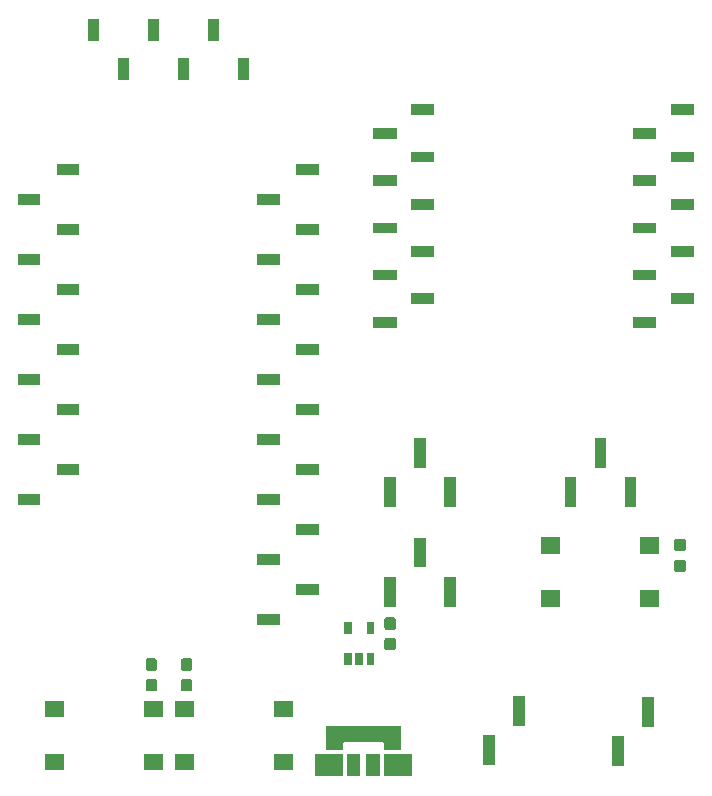
<source format=gts>
G04 #@! TF.GenerationSoftware,KiCad,Pcbnew,(5.0.1)-3*
G04 #@! TF.CreationDate,2019-03-20T13:05:33+01:00*
G04 #@! TF.ProjectId,FeatherWing and xBee motherboard,4665617468657257696E6720616E6420,rev?*
G04 #@! TF.SameCoordinates,Original*
G04 #@! TF.FileFunction,Soldermask,Top*
G04 #@! TF.FilePolarity,Negative*
%FSLAX46Y46*%
G04 Gerber Fmt 4.6, Leading zero omitted, Abs format (unit mm)*
G04 Created by KiCad (PCBNEW (5.0.1)-3) date 20.03.2019 13:05:33*
%MOMM*%
%LPD*%
G01*
G04 APERTURE LIST*
%ADD10C,0.100000*%
G04 APERTURE END LIST*
D10*
G36*
X114818300Y-139708000D02*
X113643300Y-139708000D01*
X113643300Y-137808000D01*
X114818300Y-137808000D01*
X114818300Y-139708000D01*
X114818300Y-139708000D01*
G37*
G36*
X116498300Y-139708000D02*
X115323300Y-139708000D01*
X115323300Y-137808000D01*
X116498300Y-137808000D01*
X116498300Y-139708000D01*
X116498300Y-139708000D01*
G37*
G36*
X119168300Y-139708000D02*
X116793300Y-139708000D01*
X116793300Y-137808000D01*
X119168300Y-137808000D01*
X119168300Y-139708000D01*
X119168300Y-139708000D01*
G37*
G36*
X113348300Y-139708000D02*
X110973300Y-139708000D01*
X110973300Y-137808000D01*
X113348300Y-137808000D01*
X113348300Y-139708000D01*
X113348300Y-139708000D01*
G37*
G36*
X100700800Y-139188000D02*
X99100800Y-139188000D01*
X99100800Y-137788000D01*
X100700800Y-137788000D01*
X100700800Y-139188000D01*
X100700800Y-139188000D01*
G37*
G36*
X109100800Y-139188000D02*
X107500800Y-139188000D01*
X107500800Y-137788000D01*
X109100800Y-137788000D01*
X109100800Y-139188000D01*
X109100800Y-139188000D01*
G37*
G36*
X89700800Y-139188000D02*
X88100800Y-139188000D01*
X88100800Y-137788000D01*
X89700800Y-137788000D01*
X89700800Y-139188000D01*
X89700800Y-139188000D01*
G37*
G36*
X98100800Y-139188000D02*
X96500800Y-139188000D01*
X96500800Y-137788000D01*
X98100800Y-137788000D01*
X98100800Y-139188000D01*
X98100800Y-139188000D01*
G37*
G36*
X137108300Y-138818000D02*
X136108300Y-138818000D01*
X136108300Y-136308000D01*
X137108300Y-136308000D01*
X137108300Y-138818000D01*
X137108300Y-138818000D01*
G37*
G36*
X126208800Y-138715000D02*
X125208800Y-138715000D01*
X125208800Y-136205000D01*
X126208800Y-136205000D01*
X126208800Y-138715000D01*
X126208800Y-138715000D01*
G37*
G36*
X118270800Y-137508000D02*
X116795800Y-137508000D01*
X116795800Y-136913000D01*
X116793398Y-136888614D01*
X116786285Y-136865165D01*
X116774734Y-136843554D01*
X116759188Y-136824612D01*
X116740246Y-136809066D01*
X116718635Y-136797515D01*
X116695186Y-136790402D01*
X116670800Y-136788000D01*
X113470800Y-136788000D01*
X113446414Y-136790402D01*
X113422965Y-136797515D01*
X113401354Y-136809066D01*
X113382412Y-136824612D01*
X113366866Y-136843554D01*
X113355315Y-136865165D01*
X113348202Y-136888614D01*
X113345800Y-136913000D01*
X113345800Y-137508000D01*
X111870800Y-137508000D01*
X111870800Y-135408000D01*
X118270800Y-135408000D01*
X118270800Y-137508000D01*
X118270800Y-137508000D01*
G37*
G36*
X139648300Y-135508000D02*
X138648300Y-135508000D01*
X138648300Y-132998000D01*
X139648300Y-132998000D01*
X139648300Y-135508000D01*
X139648300Y-135508000D01*
G37*
G36*
X128748800Y-135405000D02*
X127748800Y-135405000D01*
X127748800Y-132895000D01*
X128748800Y-132895000D01*
X128748800Y-135405000D01*
X128748800Y-135405000D01*
G37*
G36*
X109100800Y-134688000D02*
X107500800Y-134688000D01*
X107500800Y-133288000D01*
X109100800Y-133288000D01*
X109100800Y-134688000D01*
X109100800Y-134688000D01*
G37*
G36*
X98100800Y-134688000D02*
X96500800Y-134688000D01*
X96500800Y-133288000D01*
X98100800Y-133288000D01*
X98100800Y-134688000D01*
X98100800Y-134688000D01*
G37*
G36*
X100700800Y-134688000D02*
X99100800Y-134688000D01*
X99100800Y-133288000D01*
X100700800Y-133288000D01*
X100700800Y-134688000D01*
X100700800Y-134688000D01*
G37*
G36*
X89700800Y-134688000D02*
X88100800Y-134688000D01*
X88100800Y-133288000D01*
X89700800Y-133288000D01*
X89700800Y-134688000D01*
X89700800Y-134688000D01*
G37*
G36*
X100434824Y-131466955D02*
X100467536Y-131476879D01*
X100497690Y-131492997D01*
X100524116Y-131514684D01*
X100545803Y-131541110D01*
X100561921Y-131571264D01*
X100571845Y-131603976D01*
X100575800Y-131644138D01*
X100575800Y-132331862D01*
X100571845Y-132372024D01*
X100561921Y-132404736D01*
X100545803Y-132434890D01*
X100524116Y-132461316D01*
X100497690Y-132483003D01*
X100467536Y-132499121D01*
X100434824Y-132509045D01*
X100394662Y-132513000D01*
X99806938Y-132513000D01*
X99766776Y-132509045D01*
X99734064Y-132499121D01*
X99703910Y-132483003D01*
X99677484Y-132461316D01*
X99655797Y-132434890D01*
X99639679Y-132404736D01*
X99629755Y-132372024D01*
X99625800Y-132331862D01*
X99625800Y-131644138D01*
X99629755Y-131603976D01*
X99639679Y-131571264D01*
X99655797Y-131541110D01*
X99677484Y-131514684D01*
X99703910Y-131492997D01*
X99734064Y-131476879D01*
X99766776Y-131466955D01*
X99806938Y-131463000D01*
X100394662Y-131463000D01*
X100434824Y-131466955D01*
X100434824Y-131466955D01*
G37*
G36*
X97434824Y-131466955D02*
X97467536Y-131476879D01*
X97497690Y-131492997D01*
X97524116Y-131514684D01*
X97545803Y-131541110D01*
X97561921Y-131571264D01*
X97571845Y-131603976D01*
X97575800Y-131644138D01*
X97575800Y-132331862D01*
X97571845Y-132372024D01*
X97561921Y-132404736D01*
X97545803Y-132434890D01*
X97524116Y-132461316D01*
X97497690Y-132483003D01*
X97467536Y-132499121D01*
X97434824Y-132509045D01*
X97394662Y-132513000D01*
X96806938Y-132513000D01*
X96766776Y-132509045D01*
X96734064Y-132499121D01*
X96703910Y-132483003D01*
X96677484Y-132461316D01*
X96655797Y-132434890D01*
X96639679Y-132404736D01*
X96629755Y-132372024D01*
X96625800Y-132331862D01*
X96625800Y-131644138D01*
X96629755Y-131603976D01*
X96639679Y-131571264D01*
X96655797Y-131541110D01*
X96677484Y-131514684D01*
X96703910Y-131492997D01*
X96734064Y-131476879D01*
X96766776Y-131466955D01*
X96806938Y-131463000D01*
X97394662Y-131463000D01*
X97434824Y-131466955D01*
X97434824Y-131466955D01*
G37*
G36*
X97434824Y-129716955D02*
X97467536Y-129726879D01*
X97497690Y-129742997D01*
X97524116Y-129764684D01*
X97545803Y-129791110D01*
X97561921Y-129821264D01*
X97571845Y-129853976D01*
X97575800Y-129894138D01*
X97575800Y-130581862D01*
X97571845Y-130622024D01*
X97561921Y-130654736D01*
X97545803Y-130684890D01*
X97524116Y-130711316D01*
X97497690Y-130733003D01*
X97467536Y-130749121D01*
X97434824Y-130759045D01*
X97394662Y-130763000D01*
X96806938Y-130763000D01*
X96766776Y-130759045D01*
X96734064Y-130749121D01*
X96703910Y-130733003D01*
X96677484Y-130711316D01*
X96655797Y-130684890D01*
X96639679Y-130654736D01*
X96629755Y-130622024D01*
X96625800Y-130581862D01*
X96625800Y-129894138D01*
X96629755Y-129853976D01*
X96639679Y-129821264D01*
X96655797Y-129791110D01*
X96677484Y-129764684D01*
X96703910Y-129742997D01*
X96734064Y-129726879D01*
X96766776Y-129716955D01*
X96806938Y-129713000D01*
X97394662Y-129713000D01*
X97434824Y-129716955D01*
X97434824Y-129716955D01*
G37*
G36*
X100434824Y-129716955D02*
X100467536Y-129726879D01*
X100497690Y-129742997D01*
X100524116Y-129764684D01*
X100545803Y-129791110D01*
X100561921Y-129821264D01*
X100571845Y-129853976D01*
X100575800Y-129894138D01*
X100575800Y-130581862D01*
X100571845Y-130622024D01*
X100561921Y-130654736D01*
X100545803Y-130684890D01*
X100524116Y-130711316D01*
X100497690Y-130733003D01*
X100467536Y-130749121D01*
X100434824Y-130759045D01*
X100394662Y-130763000D01*
X99806938Y-130763000D01*
X99766776Y-130759045D01*
X99734064Y-130749121D01*
X99703910Y-130733003D01*
X99677484Y-130711316D01*
X99655797Y-130684890D01*
X99639679Y-130654736D01*
X99629755Y-130622024D01*
X99625800Y-130581862D01*
X99625800Y-129894138D01*
X99629755Y-129853976D01*
X99639679Y-129821264D01*
X99655797Y-129791110D01*
X99677484Y-129764684D01*
X99703910Y-129742997D01*
X99734064Y-129726879D01*
X99766776Y-129716955D01*
X99806938Y-129713000D01*
X100394662Y-129713000D01*
X100434824Y-129716955D01*
X100434824Y-129716955D01*
G37*
G36*
X116000800Y-130261000D02*
X115340800Y-130261000D01*
X115340800Y-129261000D01*
X116000800Y-129261000D01*
X116000800Y-130261000D01*
X116000800Y-130261000D01*
G37*
G36*
X115050800Y-130261000D02*
X114390800Y-130261000D01*
X114390800Y-129261000D01*
X115050800Y-129261000D01*
X115050800Y-130261000D01*
X115050800Y-130261000D01*
G37*
G36*
X114100800Y-130261000D02*
X113440800Y-130261000D01*
X113440800Y-129261000D01*
X114100800Y-129261000D01*
X114100800Y-130261000D01*
X114100800Y-130261000D01*
G37*
G36*
X117658024Y-127990955D02*
X117690736Y-128000879D01*
X117720890Y-128016997D01*
X117747316Y-128038684D01*
X117769003Y-128065110D01*
X117785121Y-128095264D01*
X117795045Y-128127976D01*
X117799000Y-128168138D01*
X117799000Y-128855862D01*
X117795045Y-128896024D01*
X117785121Y-128928736D01*
X117769003Y-128958890D01*
X117747316Y-128985316D01*
X117720890Y-129007003D01*
X117690736Y-129023121D01*
X117658024Y-129033045D01*
X117617862Y-129037000D01*
X117030138Y-129037000D01*
X116989976Y-129033045D01*
X116957264Y-129023121D01*
X116927110Y-129007003D01*
X116900684Y-128985316D01*
X116878997Y-128958890D01*
X116862879Y-128928736D01*
X116852955Y-128896024D01*
X116849000Y-128855862D01*
X116849000Y-128168138D01*
X116852955Y-128127976D01*
X116862879Y-128095264D01*
X116878997Y-128065110D01*
X116900684Y-128038684D01*
X116927110Y-128016997D01*
X116957264Y-128000879D01*
X116989976Y-127990955D01*
X117030138Y-127987000D01*
X117617862Y-127987000D01*
X117658024Y-127990955D01*
X117658024Y-127990955D01*
G37*
G36*
X116000800Y-127661000D02*
X115340800Y-127661000D01*
X115340800Y-126661000D01*
X116000800Y-126661000D01*
X116000800Y-127661000D01*
X116000800Y-127661000D01*
G37*
G36*
X114100800Y-127661000D02*
X113440800Y-127661000D01*
X113440800Y-126661000D01*
X114100800Y-126661000D01*
X114100800Y-127661000D01*
X114100800Y-127661000D01*
G37*
G36*
X117658024Y-126240955D02*
X117690736Y-126250879D01*
X117720890Y-126266997D01*
X117747316Y-126288684D01*
X117769003Y-126315110D01*
X117785121Y-126345264D01*
X117795045Y-126377976D01*
X117799000Y-126418138D01*
X117799000Y-127105862D01*
X117795045Y-127146024D01*
X117785121Y-127178736D01*
X117769003Y-127208890D01*
X117747316Y-127235316D01*
X117720890Y-127257003D01*
X117690736Y-127273121D01*
X117658024Y-127283045D01*
X117617862Y-127287000D01*
X117030138Y-127287000D01*
X116989976Y-127283045D01*
X116957264Y-127273121D01*
X116927110Y-127257003D01*
X116900684Y-127235316D01*
X116878997Y-127208890D01*
X116862879Y-127178736D01*
X116852955Y-127146024D01*
X116849000Y-127105862D01*
X116849000Y-126418138D01*
X116852955Y-126377976D01*
X116862879Y-126345264D01*
X116878997Y-126315110D01*
X116900684Y-126288684D01*
X116927110Y-126266997D01*
X116957264Y-126250879D01*
X116989976Y-126240955D01*
X117030138Y-126237000D01*
X117617862Y-126237000D01*
X117658024Y-126240955D01*
X117658024Y-126240955D01*
G37*
G36*
X108000268Y-126928000D02*
X106100268Y-126928000D01*
X106100268Y-125928000D01*
X108000268Y-125928000D01*
X108000268Y-126928000D01*
X108000268Y-126928000D01*
G37*
G36*
X140124000Y-125361000D02*
X138524000Y-125361000D01*
X138524000Y-123961000D01*
X140124000Y-123961000D01*
X140124000Y-125361000D01*
X140124000Y-125361000D01*
G37*
G36*
X131724000Y-125361000D02*
X130124000Y-125361000D01*
X130124000Y-123961000D01*
X131724000Y-123961000D01*
X131724000Y-125361000D01*
X131724000Y-125361000D01*
G37*
G36*
X122904000Y-125321000D02*
X121904000Y-125321000D01*
X121904000Y-122811000D01*
X122904000Y-122811000D01*
X122904000Y-125321000D01*
X122904000Y-125321000D01*
G37*
G36*
X117824000Y-125321000D02*
X116824000Y-125321000D01*
X116824000Y-122811000D01*
X117824000Y-122811000D01*
X117824000Y-125321000D01*
X117824000Y-125321000D01*
G37*
G36*
X111300268Y-124388000D02*
X109400268Y-124388000D01*
X109400268Y-123388000D01*
X111300268Y-123388000D01*
X111300268Y-124388000D01*
X111300268Y-124388000D01*
G37*
G36*
X142208024Y-121344955D02*
X142240736Y-121354879D01*
X142270890Y-121370997D01*
X142297316Y-121392684D01*
X142319003Y-121419110D01*
X142335121Y-121449264D01*
X142345045Y-121481976D01*
X142349000Y-121522138D01*
X142349000Y-122209862D01*
X142345045Y-122250024D01*
X142335121Y-122282736D01*
X142319003Y-122312890D01*
X142297316Y-122339316D01*
X142270890Y-122361003D01*
X142240736Y-122377121D01*
X142208024Y-122387045D01*
X142167862Y-122391000D01*
X141580138Y-122391000D01*
X141539976Y-122387045D01*
X141507264Y-122377121D01*
X141477110Y-122361003D01*
X141450684Y-122339316D01*
X141428997Y-122312890D01*
X141412879Y-122282736D01*
X141402955Y-122250024D01*
X141399000Y-122209862D01*
X141399000Y-121522138D01*
X141402955Y-121481976D01*
X141412879Y-121449264D01*
X141428997Y-121419110D01*
X141450684Y-121392684D01*
X141477110Y-121370997D01*
X141507264Y-121354879D01*
X141539976Y-121344955D01*
X141580138Y-121341000D01*
X142167862Y-121341000D01*
X142208024Y-121344955D01*
X142208024Y-121344955D01*
G37*
G36*
X120364000Y-122011000D02*
X119364000Y-122011000D01*
X119364000Y-119501000D01*
X120364000Y-119501000D01*
X120364000Y-122011000D01*
X120364000Y-122011000D01*
G37*
G36*
X108000268Y-121848000D02*
X106100268Y-121848000D01*
X106100268Y-120848000D01*
X108000268Y-120848000D01*
X108000268Y-121848000D01*
X108000268Y-121848000D01*
G37*
G36*
X140124000Y-120861000D02*
X138524000Y-120861000D01*
X138524000Y-119461000D01*
X140124000Y-119461000D01*
X140124000Y-120861000D01*
X140124000Y-120861000D01*
G37*
G36*
X131724000Y-120861000D02*
X130124000Y-120861000D01*
X130124000Y-119461000D01*
X131724000Y-119461000D01*
X131724000Y-120861000D01*
X131724000Y-120861000D01*
G37*
G36*
X142208024Y-119594955D02*
X142240736Y-119604879D01*
X142270890Y-119620997D01*
X142297316Y-119642684D01*
X142319003Y-119669110D01*
X142335121Y-119699264D01*
X142345045Y-119731976D01*
X142349000Y-119772138D01*
X142349000Y-120459862D01*
X142345045Y-120500024D01*
X142335121Y-120532736D01*
X142319003Y-120562890D01*
X142297316Y-120589316D01*
X142270890Y-120611003D01*
X142240736Y-120627121D01*
X142208024Y-120637045D01*
X142167862Y-120641000D01*
X141580138Y-120641000D01*
X141539976Y-120637045D01*
X141507264Y-120627121D01*
X141477110Y-120611003D01*
X141450684Y-120589316D01*
X141428997Y-120562890D01*
X141412879Y-120532736D01*
X141402955Y-120500024D01*
X141399000Y-120459862D01*
X141399000Y-119772138D01*
X141402955Y-119731976D01*
X141412879Y-119699264D01*
X141428997Y-119669110D01*
X141450684Y-119642684D01*
X141477110Y-119620997D01*
X141507264Y-119604879D01*
X141539976Y-119594955D01*
X141580138Y-119591000D01*
X142167862Y-119591000D01*
X142208024Y-119594955D01*
X142208024Y-119594955D01*
G37*
G36*
X111300268Y-119308000D02*
X109400268Y-119308000D01*
X109400268Y-118308000D01*
X111300268Y-118308000D01*
X111300268Y-119308000D01*
X111300268Y-119308000D01*
G37*
G36*
X138188800Y-116876000D02*
X137188800Y-116876000D01*
X137188800Y-114366000D01*
X138188800Y-114366000D01*
X138188800Y-116876000D01*
X138188800Y-116876000D01*
G37*
G36*
X133108800Y-116876000D02*
X132108800Y-116876000D01*
X132108800Y-114366000D01*
X133108800Y-114366000D01*
X133108800Y-116876000D01*
X133108800Y-116876000D01*
G37*
G36*
X122874000Y-116876000D02*
X121874000Y-116876000D01*
X121874000Y-114366000D01*
X122874000Y-114366000D01*
X122874000Y-116876000D01*
X122874000Y-116876000D01*
G37*
G36*
X117794000Y-116876000D02*
X116794000Y-116876000D01*
X116794000Y-114366000D01*
X117794000Y-114366000D01*
X117794000Y-116876000D01*
X117794000Y-116876000D01*
G37*
G36*
X108000268Y-116768000D02*
X106100268Y-116768000D01*
X106100268Y-115768000D01*
X108000268Y-115768000D01*
X108000268Y-116768000D01*
X108000268Y-116768000D01*
G37*
G36*
X87684532Y-116766070D02*
X85784532Y-116766070D01*
X85784532Y-115766070D01*
X87684532Y-115766070D01*
X87684532Y-116766070D01*
X87684532Y-116766070D01*
G37*
G36*
X111300268Y-114228000D02*
X109400268Y-114228000D01*
X109400268Y-113228000D01*
X111300268Y-113228000D01*
X111300268Y-114228000D01*
X111300268Y-114228000D01*
G37*
G36*
X90984532Y-114226070D02*
X89084532Y-114226070D01*
X89084532Y-113226070D01*
X90984532Y-113226070D01*
X90984532Y-114226070D01*
X90984532Y-114226070D01*
G37*
G36*
X135648800Y-113566000D02*
X134648800Y-113566000D01*
X134648800Y-111056000D01*
X135648800Y-111056000D01*
X135648800Y-113566000D01*
X135648800Y-113566000D01*
G37*
G36*
X120334000Y-113566000D02*
X119334000Y-113566000D01*
X119334000Y-111056000D01*
X120334000Y-111056000D01*
X120334000Y-113566000D01*
X120334000Y-113566000D01*
G37*
G36*
X108000268Y-111688000D02*
X106100268Y-111688000D01*
X106100268Y-110688000D01*
X108000268Y-110688000D01*
X108000268Y-111688000D01*
X108000268Y-111688000D01*
G37*
G36*
X87684532Y-111686070D02*
X85784532Y-111686070D01*
X85784532Y-110686070D01*
X87684532Y-110686070D01*
X87684532Y-111686070D01*
X87684532Y-111686070D01*
G37*
G36*
X111300268Y-109148000D02*
X109400268Y-109148000D01*
X109400268Y-108148000D01*
X111300268Y-108148000D01*
X111300268Y-109148000D01*
X111300268Y-109148000D01*
G37*
G36*
X90984532Y-109146070D02*
X89084532Y-109146070D01*
X89084532Y-108146070D01*
X90984532Y-108146070D01*
X90984532Y-109146070D01*
X90984532Y-109146070D01*
G37*
G36*
X108000268Y-106608000D02*
X106100268Y-106608000D01*
X106100268Y-105608000D01*
X108000268Y-105608000D01*
X108000268Y-106608000D01*
X108000268Y-106608000D01*
G37*
G36*
X87684532Y-106606070D02*
X85784532Y-106606070D01*
X85784532Y-105606070D01*
X87684532Y-105606070D01*
X87684532Y-106606070D01*
X87684532Y-106606070D01*
G37*
G36*
X111300268Y-104068000D02*
X109400268Y-104068000D01*
X109400268Y-103068000D01*
X111300268Y-103068000D01*
X111300268Y-104068000D01*
X111300268Y-104068000D01*
G37*
G36*
X90984532Y-104066070D02*
X89084532Y-104066070D01*
X89084532Y-103066070D01*
X90984532Y-103066070D01*
X90984532Y-104066070D01*
X90984532Y-104066070D01*
G37*
G36*
X117874000Y-101716000D02*
X115874000Y-101716000D01*
X115874000Y-100816000D01*
X117874000Y-100816000D01*
X117874000Y-101716000D01*
X117874000Y-101716000D01*
G37*
G36*
X139874000Y-101716000D02*
X137874000Y-101716000D01*
X137874000Y-100816000D01*
X139874000Y-100816000D01*
X139874000Y-101716000D01*
X139874000Y-101716000D01*
G37*
G36*
X108000268Y-101528000D02*
X106100268Y-101528000D01*
X106100268Y-100528000D01*
X108000268Y-100528000D01*
X108000268Y-101528000D01*
X108000268Y-101528000D01*
G37*
G36*
X87684532Y-101526070D02*
X85784532Y-101526070D01*
X85784532Y-100526070D01*
X87684532Y-100526070D01*
X87684532Y-101526070D01*
X87684532Y-101526070D01*
G37*
G36*
X143074000Y-99716000D02*
X141074000Y-99716000D01*
X141074000Y-98816000D01*
X143074000Y-98816000D01*
X143074000Y-99716000D01*
X143074000Y-99716000D01*
G37*
G36*
X121074000Y-99716000D02*
X119074000Y-99716000D01*
X119074000Y-98816000D01*
X121074000Y-98816000D01*
X121074000Y-99716000D01*
X121074000Y-99716000D01*
G37*
G36*
X111300268Y-98988000D02*
X109400268Y-98988000D01*
X109400268Y-97988000D01*
X111300268Y-97988000D01*
X111300268Y-98988000D01*
X111300268Y-98988000D01*
G37*
G36*
X90984532Y-98986070D02*
X89084532Y-98986070D01*
X89084532Y-97986070D01*
X90984532Y-97986070D01*
X90984532Y-98986070D01*
X90984532Y-98986070D01*
G37*
G36*
X117874000Y-97716000D02*
X115874000Y-97716000D01*
X115874000Y-96816000D01*
X117874000Y-96816000D01*
X117874000Y-97716000D01*
X117874000Y-97716000D01*
G37*
G36*
X139874000Y-97716000D02*
X137874000Y-97716000D01*
X137874000Y-96816000D01*
X139874000Y-96816000D01*
X139874000Y-97716000D01*
X139874000Y-97716000D01*
G37*
G36*
X108000268Y-96448000D02*
X106100268Y-96448000D01*
X106100268Y-95448000D01*
X108000268Y-95448000D01*
X108000268Y-96448000D01*
X108000268Y-96448000D01*
G37*
G36*
X87684532Y-96446070D02*
X85784532Y-96446070D01*
X85784532Y-95446070D01*
X87684532Y-95446070D01*
X87684532Y-96446070D01*
X87684532Y-96446070D01*
G37*
G36*
X121074000Y-95716000D02*
X119074000Y-95716000D01*
X119074000Y-94816000D01*
X121074000Y-94816000D01*
X121074000Y-95716000D01*
X121074000Y-95716000D01*
G37*
G36*
X143074000Y-95716000D02*
X141074000Y-95716000D01*
X141074000Y-94816000D01*
X143074000Y-94816000D01*
X143074000Y-95716000D01*
X143074000Y-95716000D01*
G37*
G36*
X111300268Y-93908000D02*
X109400268Y-93908000D01*
X109400268Y-92908000D01*
X111300268Y-92908000D01*
X111300268Y-93908000D01*
X111300268Y-93908000D01*
G37*
G36*
X90984532Y-93906070D02*
X89084532Y-93906070D01*
X89084532Y-92906070D01*
X90984532Y-92906070D01*
X90984532Y-93906070D01*
X90984532Y-93906070D01*
G37*
G36*
X117874000Y-93716000D02*
X115874000Y-93716000D01*
X115874000Y-92816000D01*
X117874000Y-92816000D01*
X117874000Y-93716000D01*
X117874000Y-93716000D01*
G37*
G36*
X139874000Y-93716000D02*
X137874000Y-93716000D01*
X137874000Y-92816000D01*
X139874000Y-92816000D01*
X139874000Y-93716000D01*
X139874000Y-93716000D01*
G37*
G36*
X121074000Y-91716000D02*
X119074000Y-91716000D01*
X119074000Y-90816000D01*
X121074000Y-90816000D01*
X121074000Y-91716000D01*
X121074000Y-91716000D01*
G37*
G36*
X143074000Y-91716000D02*
X141074000Y-91716000D01*
X141074000Y-90816000D01*
X143074000Y-90816000D01*
X143074000Y-91716000D01*
X143074000Y-91716000D01*
G37*
G36*
X108000268Y-91368000D02*
X106100268Y-91368000D01*
X106100268Y-90368000D01*
X108000268Y-90368000D01*
X108000268Y-91368000D01*
X108000268Y-91368000D01*
G37*
G36*
X87684532Y-91366070D02*
X85784532Y-91366070D01*
X85784532Y-90366070D01*
X87684532Y-90366070D01*
X87684532Y-91366070D01*
X87684532Y-91366070D01*
G37*
G36*
X139874000Y-89716000D02*
X137874000Y-89716000D01*
X137874000Y-88816000D01*
X139874000Y-88816000D01*
X139874000Y-89716000D01*
X139874000Y-89716000D01*
G37*
G36*
X117874000Y-89716000D02*
X115874000Y-89716000D01*
X115874000Y-88816000D01*
X117874000Y-88816000D01*
X117874000Y-89716000D01*
X117874000Y-89716000D01*
G37*
G36*
X111300268Y-88828000D02*
X109400268Y-88828000D01*
X109400268Y-87828000D01*
X111300268Y-87828000D01*
X111300268Y-88828000D01*
X111300268Y-88828000D01*
G37*
G36*
X90984532Y-88826070D02*
X89084532Y-88826070D01*
X89084532Y-87826070D01*
X90984532Y-87826070D01*
X90984532Y-88826070D01*
X90984532Y-88826070D01*
G37*
G36*
X121074000Y-87716000D02*
X119074000Y-87716000D01*
X119074000Y-86816000D01*
X121074000Y-86816000D01*
X121074000Y-87716000D01*
X121074000Y-87716000D01*
G37*
G36*
X143074000Y-87716000D02*
X141074000Y-87716000D01*
X141074000Y-86816000D01*
X143074000Y-86816000D01*
X143074000Y-87716000D01*
X143074000Y-87716000D01*
G37*
G36*
X139874000Y-85716000D02*
X137874000Y-85716000D01*
X137874000Y-84816000D01*
X139874000Y-84816000D01*
X139874000Y-85716000D01*
X139874000Y-85716000D01*
G37*
G36*
X117874000Y-85716000D02*
X115874000Y-85716000D01*
X115874000Y-84816000D01*
X117874000Y-84816000D01*
X117874000Y-85716000D01*
X117874000Y-85716000D01*
G37*
G36*
X121074000Y-83716000D02*
X119074000Y-83716000D01*
X119074000Y-82816000D01*
X121074000Y-82816000D01*
X121074000Y-83716000D01*
X121074000Y-83716000D01*
G37*
G36*
X143074000Y-83716000D02*
X141074000Y-83716000D01*
X141074000Y-82816000D01*
X143074000Y-82816000D01*
X143074000Y-83716000D01*
X143074000Y-83716000D01*
G37*
G36*
X105417400Y-80768000D02*
X104417400Y-80768000D01*
X104417400Y-78868000D01*
X105417400Y-78868000D01*
X105417400Y-80768000D01*
X105417400Y-80768000D01*
G37*
G36*
X95257400Y-80768000D02*
X94257400Y-80768000D01*
X94257400Y-78868000D01*
X95257400Y-78868000D01*
X95257400Y-80768000D01*
X95257400Y-80768000D01*
G37*
G36*
X100337400Y-80768000D02*
X99337400Y-80768000D01*
X99337400Y-78868000D01*
X100337400Y-78868000D01*
X100337400Y-80768000D01*
X100337400Y-80768000D01*
G37*
G36*
X92717400Y-77468000D02*
X91717400Y-77468000D01*
X91717400Y-75568000D01*
X92717400Y-75568000D01*
X92717400Y-77468000D01*
X92717400Y-77468000D01*
G37*
G36*
X97797400Y-77468000D02*
X96797400Y-77468000D01*
X96797400Y-75568000D01*
X97797400Y-75568000D01*
X97797400Y-77468000D01*
X97797400Y-77468000D01*
G37*
G36*
X102877400Y-77468000D02*
X101877400Y-77468000D01*
X101877400Y-75568000D01*
X102877400Y-75568000D01*
X102877400Y-77468000D01*
X102877400Y-77468000D01*
G37*
M02*

</source>
